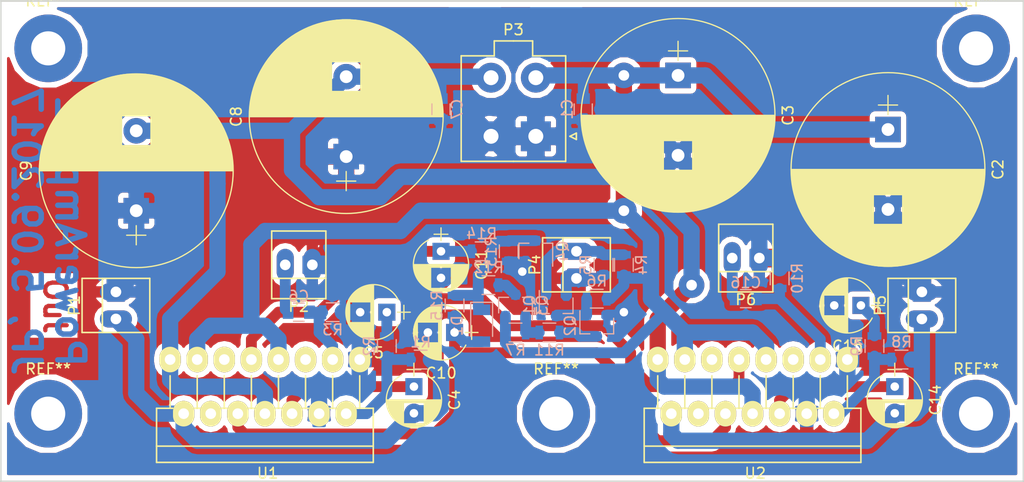
<source format=kicad_pcb>
(kicad_pcb (version 4) (host pcbnew 4.0.6)
  (title_block (title "Power Amp") (rev 1))
  (layers (0 F.Cu signal) (31 B.Cu signal) (34 B.Paste user) (35 F.Paste user) (36 B.SilkS user) (37 F.SilkS user) (38 B.Mask user) (39 F.Mask user) (44 Edge.Cuts user))
  (net 0 "")
  (net 1 VDD)
  (net 2 GND)
  (net 3 "Net-(C4-Pad1)")
  (net 4 "Net-(C6-Pad1)")
  (net 5 VSS)
  (net 6 "Net-(R1-Pad2)")
  (net 7 /OutL)
  (net 8 /InL)
  (net 9 "Net-(C14-Pad1)")
  (net 10 "Net-(C16-Pad1)")
  (net 11 "Net-(R8-Pad2)")
  (net 12 xMute)
  (net 13 xStby)
  (net 14 /OutR)
  (net 15 /InR)
  (net 16 "Net-(D1-Pad1)")
  (net 17 "Net-(P4-Pad2)")
  (net 18 "Net-(C5-Pad1)")
  (net 19 "Net-(C15-Pad1)")
  (net 20 "Net-(Q1-Pad3)")
  (net 21 "Net-(Q2-Pad3)")
  (net 22 "Net-(Q3-Pad1)")
  (net 23 "Net-(Q3-Pad3)")
  (module Capacitors_THT:CP_Radial_D18.0mm_P7.50mm (layer F.Cu) (at 71.12 53.34 90)
    (fp_text reference C8 (at 3.75 -10.31 90) (layer F.SilkS))
    (fp_text value 2200u)
    (pad 1 thru_hole rect (at 0 0 90) (size 2.4 2.4) (drill 1.2) (layers *.Cu *.Mask) (net 2 GND))
    (pad 2 thru_hole circle (at 7.5 0 90) (size 2.4 2.4) (drill 1.2) (layers *.Cu *.Mask) (net 5 VSS))
  )
  (module Connect:PINHEAD1-2 (layer F.Cu) (at 49.53 67.31 90)
    (fp_text reference P1 (at 0 -3.9 90) (layer F.SilkS))
    (fp_text value OUT-L)
    (pad 1 thru_hole oval (at -1.27 0 90) (size 1.6 3) (drill 1) (layers *.Cu *.Mask) (net 7 /OutL))
    (pad 2 thru_hole oval (at 1.27 0 90) (size 1.6 3) (drill 1) (layers *.Cu *.Mask) (net 2 GND))
  )
  (module Connect:PINHEAD1-2 (layer F.Cu) (at 66.675 63.5 180)
    (fp_text reference P2 (at 0 -3.9 180) (layer F.SilkS))
    (fp_text value IN-L)
    (pad 1 thru_hole oval (at -1.27 0 180) (size 1.6 3) (drill 1) (layers *.Cu *.Mask) (net 2 GND))
    (pad 2 thru_hole oval (at 1.27 0 180) (size 1.6 3) (drill 1) (layers *.Cu *.Mask) (net 8 /InL))
  )
  (module TO_SOT_Packages_THT:Multiwatt_15_Vertical (layer F.Cu) (at 72.39 72.39 180)
    (fp_text reference U1 (at 8.636 -10.668 180) (layer F.SilkS))
    (fp_text value TDA7294V)
    (pad 1 thru_hole oval (at 0 0 180) (size 2 2.4) (drill 1) (layers *.Cu *.Mask F.SilkS) (net 2 GND))
    (pad 2 thru_hole oval (at 1.27 -5.08 180) (size 2 2.4) (drill 1) (layers *.Cu *.Mask F.SilkS) (net 6 "Net-(R1-Pad2)"))
    (pad 3 thru_hole oval (at 2.54 0 180) (size 2 2.4) (drill 1) (layers *.Cu *.Mask F.SilkS) (net 4 "Net-(C6-Pad1)"))
    (pad 4 thru_hole oval (at 3.81 -5.08 180) (size 2 2.4) (drill 1) (layers *.Cu *.Mask F.SilkS) (net 2 GND))
    (pad 5 thru_hole oval (at 5.08 0 180) (size 2 2.4) (drill 1) (layers *.Cu *.Mask F.SilkS))
    (pad 6 thru_hole oval (at 6.35 -5.08 180) (size 2 2.4) (drill 1) (layers *.Cu *.Mask F.SilkS) (net 3 "Net-(C4-Pad1)"))
    (pad 7 thru_hole oval (at 7.62 0 180) (size 2 2.4) (drill 1) (layers *.Cu *.Mask F.SilkS) (net 1 VDD))
    (pad 8 thru_hole oval (at 8.89 -5.08 180) (size 2 2.4) (drill 1) (layers *.Cu *.Mask F.SilkS) (net 5 VSS))
    (pad 9 thru_hole oval (at 10.16 0 180) (size 2 2.4) (drill 1) (layers *.Cu *.Mask F.SilkS) (net 13 xStby))
    (pad 10 thru_hole oval (at 11.43 -5.08 180) (size 2 2.4) (drill 1) (layers *.Cu *.Mask F.SilkS) (net 12 xMute))
    (pad 11 thru_hole oval (at 12.7 0 180) (size 2 2.4) (drill 1) (layers *.Cu *.Mask F.SilkS))
    (pad 12 thru_hole oval (at 13.97 -5.08 180) (size 2 2.4) (drill 1) (layers *.Cu *.Mask F.SilkS))
    (pad 13 thru_hole oval (at 15.24 0 180) (size 2 2.4) (drill 1) (layers *.Cu *.Mask F.SilkS) (net 1 VDD))
    (pad 14 thru_hole oval (at 16.51 -5.08 180) (size 2 2.4) (drill 1) (layers *.Cu *.Mask F.SilkS) (net 7 /OutL))
    (pad 15 thru_hole oval (at 17.78 0 180) (size 2 2.4) (drill 1) (layers *.Cu *.Mask F.SilkS) (net 5 VSS))
  )
  (module Connectors_Molex:Molex_MiniFit-JR-5556-04A_2x02x4.20mm_Straight (layer F.Cu) (at 88.9 51.435 180)
    (fp_text reference P3 (at 2.1 10 180) (layer F.SilkS))
    (fp_text value POWER)
    (pad 1 thru_hole rect (at 0 0 180) (size 2.8 2.8) (drill 1.4) (layers *.Cu *.Mask) (net 2 GND))
    (pad 2 thru_hole circle (at 4.2 0 180) (size 2.8 2.8) (drill 1.4) (layers *.Cu *.Mask) (net 2 GND))
    (pad 3 thru_hole circle (at 0 5.5 180) (size 2.8 2.8) (drill 1.4) (layers *.Cu *.Mask) (net 1 VDD))
    (pad 4 thru_hole circle (at 4.2 5.5 180) (size 2.8 2.8) (drill 1.4) (layers *.Cu *.Mask) (net 5 VSS))
  )
  (module Connect:PINHEAD1-2 (layer F.Cu) (at 92.71 63.5 90)
    (fp_text reference P4 (at 0 -3.9 90) (layer F.SilkS))
    (fp_text value MUTE)
    (pad 1 thru_hole oval (at -1.27 0 90) (size 1.6 3) (drill 1) (layers *.Cu *.Mask) (net 2 GND))
    (pad 2 thru_hole oval (at 1.27 0 90) (size 1.6 3) (drill 1) (layers *.Cu *.Mask) (net 17 "Net-(P4-Pad2)"))
  )
  (module Connect:PINHEAD1-2 (layer F.Cu) (at 125.095 67.31 90)
    (fp_text reference P5 (at 0 -3.9 90) (layer F.SilkS))
    (fp_text value OUT-R)
    (pad 1 thru_hole oval (at -1.27 0 90) (size 1.6 3) (drill 1) (layers *.Cu *.Mask) (net 14 /OutR))
    (pad 2 thru_hole oval (at 1.27 0 90) (size 1.6 3) (drill 1) (layers *.Cu *.Mask) (net 2 GND))
  )
  (module Connect:PINHEAD1-2 (layer F.Cu) (at 108.585 62.865 180)
    (fp_text reference P6 (at 0 -3.9 180) (layer F.SilkS))
    (fp_text value IN-R)
    (pad 1 thru_hole oval (at -1.27 0 180) (size 1.6 3) (drill 1) (layers *.Cu *.Mask) (net 2 GND))
    (pad 2 thru_hole oval (at 1.27 0 180) (size 1.6 3) (drill 1) (layers *.Cu *.Mask) (net 15 /InR))
  )
  (module TO_SOT_Packages_THT:Multiwatt_15_Vertical (layer F.Cu) (at 118.11 72.39 180)
    (fp_text reference U2 (at 8.636 -10.668 180) (layer F.SilkS))
    (fp_text value TDA7294V)
    (pad 1 thru_hole oval (at 0 0 180) (size 2 2.4) (drill 1) (layers *.Cu *.Mask F.SilkS) (net 2 GND))
    (pad 2 thru_hole oval (at 1.27 -5.08 180) (size 2 2.4) (drill 1) (layers *.Cu *.Mask F.SilkS) (net 11 "Net-(R8-Pad2)"))
    (pad 3 thru_hole oval (at 2.54 0 180) (size 2 2.4) (drill 1) (layers *.Cu *.Mask F.SilkS) (net 10 "Net-(C16-Pad1)"))
    (pad 4 thru_hole oval (at 3.81 -5.08 180) (size 2 2.4) (drill 1) (layers *.Cu *.Mask F.SilkS) (net 2 GND))
    (pad 5 thru_hole oval (at 5.08 0 180) (size 2 2.4) (drill 1) (layers *.Cu *.Mask F.SilkS))
    (pad 6 thru_hole oval (at 6.35 -5.08 180) (size 2 2.4) (drill 1) (layers *.Cu *.Mask F.SilkS) (net 9 "Net-(C14-Pad1)"))
    (pad 7 thru_hole oval (at 7.62 0 180) (size 2 2.4) (drill 1) (layers *.Cu *.Mask F.SilkS) (net 1 VDD))
    (pad 8 thru_hole oval (at 8.89 -5.08 180) (size 2 2.4) (drill 1) (layers *.Cu *.Mask F.SilkS) (net 5 VSS))
    (pad 9 thru_hole oval (at 10.16 0 180) (size 2 2.4) (drill 1) (layers *.Cu *.Mask F.SilkS) (net 13 xStby))
    (pad 10 thru_hole oval (at 11.43 -5.08 180) (size 2 2.4) (drill 1) (layers *.Cu *.Mask F.SilkS) (net 12 xMute))
    (pad 11 thru_hole oval (at 12.7 0 180) (size 2 2.4) (drill 1) (layers *.Cu *.Mask F.SilkS))
    (pad 12 thru_hole oval (at 13.97 -5.08 180) (size 2 2.4) (drill 1) (layers *.Cu *.Mask F.SilkS))
    (pad 13 thru_hole oval (at 15.24 0 180) (size 2 2.4) (drill 1) (layers *.Cu *.Mask F.SilkS) (net 1 VDD))
    (pad 14 thru_hole oval (at 16.51 -5.08 180) (size 2 2.4) (drill 1) (layers *.Cu *.Mask F.SilkS) (net 14 /OutR))
    (pad 15 thru_hole oval (at 17.78 0 180) (size 2 2.4) (drill 1) (layers *.Cu *.Mask F.SilkS) (net 5 VSS))
  )
  (module Diodes_SMD:D_1206 (layer B.Cu) (at 83.82 69.215 270)
    (fp_text reference D1 (at 0 2.3 270) (layer B.SilkS) (effects (justify mirror)))
    (fp_text value 1N4148)
    (pad 1 smd rect (at -1.5 0 270) (size 1 1.6) (layers B.Cu B.Paste B.Mask) (net 16 "Net-(D1-Pad1)"))
    (pad 2 smd rect (at 1.5 0 270) (size 1 1.6) (layers B.Cu B.Paste B.Mask) (net 12 xMute))
  )
  (module Capacitors_SMD:C_0805 (layer B.Cu) (at 93.345 48.895 270)
    (fp_text reference C1 (at 0 1.5 270) (layer B.SilkS) (effects (justify mirror)))
    (fp_text value 220n)
    (pad 1 smd rect (at -1 0 270) (size 1 1.25) (layers B.Cu B.Paste B.Mask) (net 1 VDD))
    (pad 2 smd rect (at 1 0 270) (size 1 1.25) (layers B.Cu B.Paste B.Mask) (net 2 GND))
  )
  (module Capacitors_THT:CP_Radial_D5.0mm_P2.50mm (layer F.Cu) (at 77.47 74.93 270)
    (fp_text reference C4 (at 1.25 -3.81 270) (layer F.SilkS))
    (fp_text value 22u)
    (pad 1 thru_hole rect (at 0 0 270) (size 1.6 1.6) (drill 0.8) (layers *.Cu *.Mask) (net 3 "Net-(C4-Pad1)"))
    (pad 2 thru_hole circle (at 2.5 0 270) (size 1.8 1.8) (drill 0.8) (layers *.Cu *.Mask) (net 7 /OutL))
  )
  (module Capacitors_THT:CP_Radial_D5.0mm_P2.50mm (layer F.Cu) (at 74.93 67.945 180)
    (fp_text reference C5 (at 1.25 -3.81 180) (layer F.SilkS))
    (fp_text value 22u)
    (pad 1 thru_hole rect (at 0 0 180) (size 1.6 1.6) (drill 0.8) (layers *.Cu *.Mask) (net 18 "Net-(C5-Pad1)"))
    (pad 2 thru_hole circle (at 2.5 0 180) (size 1.8 1.8) (drill 0.8) (layers *.Cu *.Mask) (net 2 GND))
  )
  (module Capacitors_SMD:C_0805 (layer B.Cu) (at 66.675 67.945 180)
    (fp_text reference C6 (at 0 1.5 180) (layer B.SilkS) (effects (justify mirror)))
    (fp_text value 470n)
    (pad 1 smd rect (at -1 0 180) (size 1 1.25) (layers B.Cu B.Paste B.Mask) (net 4 "Net-(C6-Pad1)"))
    (pad 2 smd rect (at 1 0 180) (size 1 1.25) (layers B.Cu B.Paste B.Mask) (net 8 /InL))
  )
  (module Capacitors_SMD:C_0805 (layer B.Cu) (at 80.01 48.895 90)
    (fp_text reference C7 (at 0 1.5 90) (layer B.SilkS) (effects (justify mirror)))
    (fp_text value 220n)
    (pad 1 smd rect (at -1 0 90) (size 1 1.25) (layers B.Cu B.Paste B.Mask) (net 2 GND))
    (pad 2 smd rect (at 1 0 90) (size 1 1.25) (layers B.Cu B.Paste B.Mask) (net 5 VSS))
  )
  (module Capacitors_THT:CP_Radial_D5.0mm_P2.50mm (layer F.Cu) (at 81.28 69.85 180)
    (fp_text reference C10 (at 1.25 -3.81 180) (layer F.SilkS))
    (fp_text value 10u)
    (pad 1 thru_hole rect (at 0 0 180) (size 1.6 1.6) (drill 0.8) (layers *.Cu *.Mask) (net 12 xMute))
    (pad 2 thru_hole circle (at 2.5 0 180) (size 1.8 1.8) (drill 0.8) (layers *.Cu *.Mask) (net 2 GND))
  )
  (module Capacitors_THT:CP_Radial_D5.0mm_P2.50mm (layer F.Cu) (at 80.01 62.23 270)
    (fp_text reference C11 (at 1.25 -3.81 270) (layer F.SilkS))
    (fp_text value 10u)
    (pad 1 thru_hole rect (at 0 0 270) (size 1.6 1.6) (drill 0.8) (layers *.Cu *.Mask) (net 13 xStby))
    (pad 2 thru_hole circle (at 2.5 0 270) (size 1.8 1.8) (drill 0.8) (layers *.Cu *.Mask) (net 2 GND))
  )
  (module Capacitors_THT:CP_Radial_D5.0mm_P2.50mm (layer F.Cu) (at 122.555 74.93 270)
    (fp_text reference C14 (at 1.25 -3.81 270) (layer F.SilkS))
    (fp_text value 22u)
    (pad 1 thru_hole rect (at 0 0 270) (size 1.6 1.6) (drill 0.8) (layers *.Cu *.Mask) (net 9 "Net-(C14-Pad1)"))
    (pad 2 thru_hole circle (at 2.5 0 270) (size 1.8 1.8) (drill 0.8) (layers *.Cu *.Mask) (net 14 /OutR))
  )
  (module Capacitors_THT:CP_Radial_D5.0mm_P2.50mm (layer F.Cu) (at 119.38 67.31 180)
    (fp_text reference C15 (at 1.25 -3.81 180) (layer F.SilkS))
    (fp_text value 22u)
    (pad 1 thru_hole rect (at 0 0 180) (size 1.6 1.6) (drill 0.8) (layers *.Cu *.Mask) (net 19 "Net-(C15-Pad1)"))
    (pad 2 thru_hole circle (at 2.5 0 180) (size 1.8 1.8) (drill 0.8) (layers *.Cu *.Mask) (net 2 GND))
  )
  (module Capacitors_SMD:C_0805 (layer B.Cu) (at 108.585 66.675 180)
    (fp_text reference C16 (at 0 1.5 180) (layer B.SilkS) (effects (justify mirror)))
    (fp_text value 470n)
    (pad 1 smd rect (at -1 0 180) (size 1 1.25) (layers B.Cu B.Paste B.Mask) (net 10 "Net-(C16-Pad1)"))
    (pad 2 smd rect (at 1 0 180) (size 1 1.25) (layers B.Cu B.Paste B.Mask) (net 15 /InR))
  )
  (module TO_SOT_Packages_SMD:SOT-23 (layer B.Cu) (at 90.805 67.31 270)
    (fp_text reference Q1 (at 0 2.5 270) (layer B.SilkS) (effects (justify mirror)))
    (fp_text value BC846)
    (pad 1 smd rect (at -1 0.95 270) (size 0.9 0.8) (layers B.Cu B.Paste B.Mask) (net 17 "Net-(P4-Pad2)"))
    (pad 2 smd rect (at -1 -0.95 270) (size 0.9 0.8) (layers B.Cu B.Paste B.Mask) (net 2 GND))
    (pad 3 smd rect (at 1 0 270) (size 0.9 0.8) (layers B.Cu B.Paste B.Mask) (net 20 "Net-(Q1-Pad3)"))
  )
  (module TO_SOT_Packages_SMD:SOT-23 (layer B.Cu) (at 94.615 69.215 270)
    (fp_text reference Q2 (at 0 2.5 270) (layer B.SilkS) (effects (justify mirror)))
    (fp_text value BC846)
    (pad 1 smd rect (at -1 0.95 270) (size 0.9 0.8) (layers B.Cu B.Paste B.Mask) (net 20 "Net-(Q1-Pad3)"))
    (pad 2 smd rect (at -1 -0.95 270) (size 0.9 0.8) (layers B.Cu B.Paste B.Mask) (net 2 GND))
    (pad 3 smd rect (at 1 0 270) (size 0.9 0.8) (layers B.Cu B.Paste B.Mask) (net 21 "Net-(Q2-Pad3)"))
  )
  (module TO_SOT_Packages_SMD:SOT-23 (layer B.Cu) (at 86.995 67.31 90)
    (fp_text reference Q3 (at 0 2.5 90) (layer B.SilkS) (effects (justify mirror)))
    (fp_text value BC856)
    (pad 1 smd rect (at -1 0.95 90) (size 0.9 0.8) (layers B.Cu B.Paste B.Mask) (net 22 "Net-(Q3-Pad1)"))
    (pad 2 smd rect (at -1 -0.95 90) (size 0.9 0.8) (layers B.Cu B.Paste B.Mask) (net 1 VDD))
    (pad 3 smd rect (at 1 0 90) (size 0.9 0.8) (layers B.Cu B.Paste B.Mask) (net 23 "Net-(Q3-Pad3)"))
  )
  (module TO_SOT_Packages_SMD:SOT-23 (layer B.Cu) (at 88.9 62.23 90)
    (fp_text reference Q4 (at 0 2.5 90) (layer B.SilkS) (effects (justify mirror)))
    (fp_text value BC846)
    (pad 1 smd rect (at -1 0.95 90) (size 0.9 0.8) (layers B.Cu B.Paste B.Mask) (net 17 "Net-(P4-Pad2)"))
    (pad 2 smd rect (at -1 -0.95 90) (size 0.9 0.8) (layers B.Cu B.Paste B.Mask) (net 2 GND))
    (pad 3 smd rect (at 1 0 90) (size 0.9 0.8) (layers B.Cu B.Paste B.Mask) (net 16 "Net-(D1-Pad1)"))
  )
  (module Resistors_SMD:R_0805 (layer B.Cu) (at 78.105 72.39 180)
    (fp_text reference R1 (at 0 1.65 180) (layer B.SilkS) (effects (justify mirror)))
    (fp_text value 22k)
    (pad 1 smd rect (at -0.95 0 180) (size 0.7 1.3) (layers B.Cu B.Paste B.Mask) (net 7 /OutL))
    (pad 2 smd rect (at 0.95 0 180) (size 0.7 1.3) (layers B.Cu B.Paste B.Mask) (net 6 "Net-(R1-Pad2)"))
  )
  (module Resistors_SMD:R_0805 (layer B.Cu) (at 74.93 71.12 270)
    (fp_text reference R2 (at 0 1.65 270) (layer B.SilkS) (effects (justify mirror)))
    (fp_text value 680)
    (pad 1 smd rect (at -0.95 0 270) (size 0.7 1.3) (layers B.Cu B.Paste B.Mask) (net 18 "Net-(C5-Pad1)"))
    (pad 2 smd rect (at 0.95 0 270) (size 0.7 1.3) (layers B.Cu B.Paste B.Mask) (net 6 "Net-(R1-Pad2)"))
  )
  (module Resistors_SMD:R_0805 (layer B.Cu) (at 69.85 67.945)
    (fp_text reference R3 (at 0 1.65) (layer B.SilkS) (effects (justify mirror)))
    (fp_text value 22k)
    (pad 1 smd rect (at -0.95 0) (size 0.7 1.3) (layers B.Cu B.Paste B.Mask) (net 4 "Net-(C6-Pad1)"))
    (pad 2 smd rect (at 0.95 0) (size 0.7 1.3) (layers B.Cu B.Paste B.Mask) (net 2 GND))
  )
  (module Resistors_SMD:R_0805 (layer B.Cu) (at 97.155 63.5 90)
    (fp_text reference R4 (at 0 1.65 90) (layer B.SilkS) (effects (justify mirror)))
    (fp_text value 47k)
    (pad 1 smd rect (at -0.95 0 90) (size 0.7 1.3) (layers B.Cu B.Paste B.Mask) (net 1 VDD))
    (pad 2 smd rect (at 0.95 0 90) (size 0.7 1.3) (layers B.Cu B.Paste B.Mask) (net 17 "Net-(P4-Pad2)"))
  )
  (module Resistors_SMD:R_0805 (layer B.Cu) (at 95.25 63.5 270)
    (fp_text reference R5 (at 0 1.65 270) (layer B.SilkS) (effects (justify mirror)))
    (fp_text value 47k)
    (pad 1 smd rect (at -0.95 0 270) (size 0.7 1.3) (layers B.Cu B.Paste B.Mask) (net 17 "Net-(P4-Pad2)"))
    (pad 2 smd rect (at 0.95 0 270) (size 0.7 1.3) (layers B.Cu B.Paste B.Mask) (net 2 GND))
  )
  (module Resistors_SMD:R_0805 (layer B.Cu) (at 94.615 66.675 180)
    (fp_text reference R6 (at 0 1.65 180) (layer B.SilkS) (effects (justify mirror)))
    (fp_text value 100k)
    (pad 1 smd rect (at -0.95 0 180) (size 0.7 1.3) (layers B.Cu B.Paste B.Mask) (net 1 VDD))
    (pad 2 smd rect (at 0.95 0 180) (size 0.7 1.3) (layers B.Cu B.Paste B.Mask) (net 20 "Net-(Q1-Pad3)"))
  )
  (module Resistors_SMD:R_0805 (layer B.Cu) (at 86.995 69.85)
    (fp_text reference R7 (at 0 1.65) (layer B.SilkS) (effects (justify mirror)))
    (fp_text value 30k)
    (pad 1 smd rect (at -0.95 0) (size 0.7 1.3) (layers B.Cu B.Paste B.Mask) (net 1 VDD))
    (pad 2 smd rect (at 0.95 0) (size 0.7 1.3) (layers B.Cu B.Paste B.Mask) (net 22 "Net-(Q3-Pad1)"))
  )
  (module Resistors_SMD:R_0805 (layer B.Cu) (at 123.19 72.39 180)
    (fp_text reference R8 (at 0 1.65 180) (layer B.SilkS) (effects (justify mirror)))
    (fp_text value 22k)
    (pad 1 smd rect (at -0.95 0 180) (size 0.7 1.3) (layers B.Cu B.Paste B.Mask) (net 14 /OutR))
    (pad 2 smd rect (at 0.95 0 180) (size 0.7 1.3) (layers B.Cu B.Paste B.Mask) (net 11 "Net-(R8-Pad2)"))
  )
  (module Resistors_SMD:R_0805 (layer B.Cu) (at 120.65 71.12 270)
    (fp_text reference R9 (at 0 1.65 270) (layer B.SilkS) (effects (justify mirror)))
    (fp_text value 680)
    (pad 1 smd rect (at -0.95 0 270) (size 0.7 1.3) (layers B.Cu B.Paste B.Mask) (net 19 "Net-(C15-Pad1)"))
    (pad 2 smd rect (at 0.95 0 270) (size 0.7 1.3) (layers B.Cu B.Paste B.Mask) (net 11 "Net-(R8-Pad2)"))
  )
  (module Resistors_SMD:R_0805 (layer B.Cu) (at 111.76 64.77 90)
    (fp_text reference R10 (at 0 1.65 90) (layer B.SilkS) (effects (justify mirror)))
    (fp_text value 22k)
    (pad 1 smd rect (at -0.95 0 90) (size 0.7 1.3) (layers B.Cu B.Paste B.Mask) (net 10 "Net-(C16-Pad1)"))
    (pad 2 smd rect (at 0.95 0 90) (size 0.7 1.3) (layers B.Cu B.Paste B.Mask) (net 2 GND))
  )
  (module Resistors_SMD:R_0805 (layer B.Cu) (at 90.17 69.85)
    (fp_text reference R11 (at 0 1.65) (layer B.SilkS) (effects (justify mirror)))
    (fp_text value 68k)
    (pad 1 smd rect (at -0.95 0) (size 0.7 1.3) (layers B.Cu B.Paste B.Mask) (net 22 "Net-(Q3-Pad1)"))
    (pad 2 smd rect (at 0.95 0) (size 0.7 1.3) (layers B.Cu B.Paste B.Mask) (net 21 "Net-(Q2-Pad3)"))
  )
  (module Resistors_SMD:R_0805 (layer B.Cu) (at 84.455 65.405 180)
    (fp_text reference R12 (at 0 1.65 180) (layer B.SilkS) (effects (justify mirror)))
    (fp_text value 20k)
    (pad 1 smd rect (at -0.95 0 180) (size 0.7 1.3) (layers B.Cu B.Paste B.Mask) (net 23 "Net-(Q3-Pad3)"))
    (pad 2 smd rect (at 0.95 0 180) (size 0.7 1.3) (layers B.Cu B.Paste B.Mask) (net 16 "Net-(D1-Pad1)"))
  )
  (module Resistors_SMD:R_0805 (layer B.Cu) (at 86.36 62.23 270)
    (fp_text reference R13 (at 0 1.65 270) (layer B.SilkS) (effects (justify mirror)))
    (fp_text value *)
    (pad 1 smd rect (at -0.95 0 270) (size 0.7 1.3) (layers B.Cu B.Paste B.Mask) (net 16 "Net-(D1-Pad1)"))
    (pad 2 smd rect (at 0.95 0 270) (size 0.7 1.3) (layers B.Cu B.Paste B.Mask) (net 2 GND))
  )
  (module Resistors_SMD:R_0805 (layer B.Cu) (at 83.82 62.23 180)
    (fp_text reference R14 (at 0 1.65 180) (layer B.SilkS) (effects (justify mirror)))
    (fp_text value 10k)
    (pad 1 smd rect (at -0.95 0 180) (size 0.7 1.3) (layers B.Cu B.Paste B.Mask) (net 16 "Net-(D1-Pad1)"))
    (pad 2 smd rect (at 0.95 0 180) (size 0.7 1.3) (layers B.Cu B.Paste B.Mask) (net 13 xStby))
  )
  (module Resistors_SMD:R_0805 (layer B.Cu) (at 81.28 67.31 270)
    (fp_text reference R15 (at 0 1.65 270) (layer B.SilkS) (effects (justify mirror)))
    (fp_text value 22k)
    (pad 1 smd rect (at -0.95 0 270) (size 0.7 1.3) (layers B.Cu B.Paste B.Mask) (net 16 "Net-(D1-Pad1)"))
    (pad 2 smd rect (at 0.95 0 270) (size 0.7 1.3) (layers B.Cu B.Paste B.Mask) (net 12 xMute))
  )
  (module Capacitors_THT:CP_Radial_D18.0mm_P7.50mm (layer F.Cu) (at 51.435 58.42 90)
    (fp_text reference C9 (at 3.75 -10.31 90) (layer F.SilkS))
    (fp_text value 2200u)
    (pad 1 thru_hole rect (at 0 0 90) (size 2.4 2.4) (drill 1.2) (layers *.Cu *.Mask) (net 2 GND))
    (pad 2 thru_hole circle (at 7.5 0 90) (size 2.4 2.4) (drill 1.2) (layers *.Cu *.Mask) (net 5 VSS))
  )
  (module Capacitors_THT:CP_Radial_D18.0mm_P7.50mm (layer F.Cu) (at 121.92 50.8 270)
    (fp_text reference C2 (at 3.75 -10.31 270) (layer F.SilkS))
    (fp_text value 2200u)
    (pad 1 thru_hole rect (at 0 0 270) (size 2.4 2.4) (drill 1.2) (layers *.Cu *.Mask) (net 1 VDD))
    (pad 2 thru_hole circle (at 7.5 0 270) (size 2.4 2.4) (drill 1.2) (layers *.Cu *.Mask) (net 2 GND))
  )
  (module Capacitors_THT:CP_Radial_D18.0mm_P7.50mm (layer F.Cu) (at 102.235 45.72 270)
    (fp_text reference C3 (at 3.75 -10.31 270) (layer F.SilkS))
    (fp_text value 2200u)
    (pad 1 thru_hole rect (at 0 0 270) (size 2.4 2.4) (drill 1.2) (layers *.Cu *.Mask) (net 1 VDD))
    (pad 2 thru_hole circle (at 7.5 0 270) (size 2.4 2.4) (drill 1.2) (layers *.Cu *.Mask) (net 2 GND))
  )
  (module Mounting_Holes:MountingHole_3.2mm_M3 (layer F.Cu) (at 130.175 43.18)
    (fp_text reference REF** (at 0 -4.445) (layer F.SilkS))
    (fp_text value MountingHole_3.2mm_M3)
    (pad "" thru_hole circle (at 0 0) (size 6.35 6.35) (drill 3.2) (layers *.Cu *.Mask))
  )
  (module Mounting_Holes:MountingHole_3.2mm_M3 (layer F.Cu) (at 43.18 43.18)
    (fp_text reference REF** (at 0 -4.445) (layer F.SilkS))
    (fp_text value MountingHole_3.2mm_M3)
    (pad "" thru_hole circle (at 0 0) (size 6.35 6.35) (drill 3.2) (layers *.Cu *.Mask))
  )
  (module Mounting_Holes:MountingHole_3.2mm_M3 (layer F.Cu) (at 43.18 77.47)
    (fp_text reference REF** (at 0 -4.2) (layer F.SilkS))
    (fp_text value MountingHole_3.2mm_M3)
    (pad "" thru_hole circle (at 0 0) (size 6.35 6.35) (drill 3.2) (layers *.Cu *.Mask))
  )
  (module Mounting_Holes:MountingHole_3.2mm_M3 (layer F.Cu) (at 130.175 77.47)
    (fp_text reference REF** (at 0 -4.2) (layer F.SilkS))
    (fp_text value MountingHole_3.2mm_M3)
    (pad "" thru_hole circle (at 0 0) (size 6.35 6.35) (drill 3.2) (layers *.Cu *.Mask))
  )
  (module Mounting_Holes:MountingHole_3.2mm_M3 (layer F.Cu) (at 90.805 77.47)
    (fp_text reference REF** (at 0 -4.2) (layer F.SilkS))
    (fp_text value MountingHole_3.2mm_M3)
    (pad "" thru_hole circle (at 0 0) (size 6.35 6.35) (drill 3.2) (layers *.Cu *.Mask))
  )
  (gr_text - (at 83.185 41.275) (layer F.Cu) (effects (font (size 3 3) (thickness 0.5))))
  (gr_text + (at 90.805 41.275) (layer F.Cu) (effects (font (size 3 3) (thickness 0.5))))
  (gr_text Out (at 43.815 67.31 270) (layer F.Cu) (effects (font (size 2 2) (thickness 0.4))))
  (gr_text Out (at 130.175 67.31 90) (layer F.Cu) (effects (font (size 2 2) (thickness 0.4))))
  (gr_text "PowerAmp v2\nJP, 5.09.2017" (at 43.18 60.325 270) (layer B.Cu) (effects (font (size 2.54 2.54) (thickness 0.508)) (justify mirror)))
  (gr_line (start 38.735 83.82) (end 38.735 38.735) (angle 90) (layer Edge.Cuts) (width 0.15))
  (gr_line (start 134.62 83.82) (end 38.735 83.82) (angle 90) (layer Edge.Cuts) (width 0.15))
  (gr_line (start 134.62 38.735) (end 134.62 83.82) (angle 90) (layer Edge.Cuts) (width 0.15))
  (gr_line (start 38.735 38.735) (end 134.62 38.735) (angle 90) (layer Edge.Cuts) (width 0.15))
  (segment (start 62.23 61.595) (end 63.5 60.325) (width 1.524) (layer B.Cu) (net 1))
  (segment (start 76.2 60.325) (end 78.105 58.42) (width 1.524) (layer B.Cu) (net 1))
  (segment (start 63.5 60.325) (end 76.2 60.325) (width 1.524) (layer B.Cu) (net 1))
  (segment (start 78.105 58.42) (end 97.155 58.42) (width 1.524) (layer B.Cu) (net 1))
  (segment (start 86.045 69.85) (end 86.045 70.805) (width 1.016) (layer B.Cu) (net 1))
  (segment (start 97.155 71.755) (end 100.965 67.945) (width 1.016) (layer B.Cu) (net 1))
  (segment (start 86.995 71.755) (end 97.155 71.755) (width 1.016) (layer B.Cu) (net 1))
  (segment (start 86.045 70.805) (end 86.995 71.755) (width 1.016) (layer B.Cu) (net 1))
  (segment (start 99.695 66.675) (end 100.965 67.945) (width 1.524) (layer B.Cu) (net 1))
  (segment (start 99.695 65.405) (end 99.695 66.675) (width 1.524) (layer B.Cu) (net 1))
  (segment (start 99.695 60.96) (end 99.695 65.405) (width 1.524) (layer B.Cu) (net 1))
  (segment (start 97.155 58.42) (end 99.695 60.96) (width 1.524) (layer B.Cu) (net 1))
  (segment (start 100.965 67.945) (end 102.87 69.85) (width 1.524) (layer B.Cu) (net 1))
  (segment (start 62.23 69.215) (end 62.23 61.595) (width 1.524) (layer B.Cu) (net 1))
  (segment (start 64.77 70.485) (end 63.5 69.215) (width 1.524) (layer B.Cu) (net 1))
  (segment (start 57.15 70.485) (end 58.42 69.215) (width 1.524) (layer B.Cu) (net 1))
  (segment (start 58.42 69.215) (end 62.23 69.215) (width 1.524) (layer B.Cu) (net 1))
  (segment (start 62.23 69.215) (end 63.5 69.215) (width 1.524) (layer B.Cu) (net 1))
  (via (at 97.155 58.42) (size 2.4) (drill 1) (layers F.Cu B.Cu) (net 1))
  (segment (start 97.155 58.42) (end 97.155 45.72) (width 1.524) (layer F.Cu) (net 1))
  (via (at 97.155 45.72) (size 2.4) (drill 1) (layers F.Cu B.Cu) (net 1))
  (segment (start 99.695 64.77) (end 97.155 64.77) (width 1.016) (layer B.Cu) (net 1))
  (segment (start 97.155 64.77) (end 97.155 64.45) (width 1.016) (layer B.Cu) (net 1))
  (segment (start 110.49 72.39) (end 110.49 71.12) (width 1.524) (layer B.Cu) (net 1))
  (segment (start 110.49 71.12) (end 109.22 69.85) (width 1.524) (layer B.Cu) (net 1))
  (segment (start 102.87 69.85) (end 109.22 69.85) (width 1.524) (layer B.Cu) (net 1))
  (segment (start 110.49 71.755) (end 110.49 72.39) (width 1.524) (layer B.Cu) (net 1))
  (segment (start 102.87 70.485) (end 102.87 69.85) (width 1.524) (layer B.Cu) (net 1))
  (segment (start 102.87 72.39) (end 102.87 70.485) (width 1.524) (layer B.Cu) (net 1))
  (segment (start 95.565 66.675) (end 95.885 66.675) (width 1.016) (layer B.Cu) (net 1))
  (segment (start 95.885 66.675) (end 97.155 65.405) (width 1.016) (layer B.Cu) (net 1))
  (segment (start 97.155 65.405) (end 97.155 64.45) (width 1.016) (layer B.Cu) (net 1))
  (segment (start 86.045 69.85) (end 86.045 68.31) (width 1.016) (layer B.Cu) (net 1))
  (segment (start 57.15 72.39) (end 57.15 70.485) (width 1.524) (layer B.Cu) (net 1))
  (segment (start 64.77 70.485) (end 64.77 72.39) (width 1.524) (layer B.Cu) (net 1))
  (segment (start 121.92 50.8) (end 109.855 50.8) (width 1.524) (layer B.Cu) (net 1))
  (segment (start 109.855 50.8) (end 104.775 45.72) (width 1.524) (layer B.Cu) (net 1))
  (segment (start 104.775 45.72) (end 102.235 45.72) (width 1.524) (layer B.Cu) (net 1))
  (segment (start 93.345 47.895) (end 93.345 45.72) (width 1.016) (layer B.Cu) (net 1))
  (segment (start 102.235 45.72) (end 97.155 45.72) (width 1.524) (layer B.Cu) (net 1))
  (segment (start 97.155 45.72) (end 96.52 45.72) (width 1.524) (layer B.Cu) (net 1))
  (segment (start 96.52 45.72) (end 93.345 45.72) (width 1.524) (layer B.Cu) (net 1))
  (segment (start 93.345 45.72) (end 89.115 45.72) (width 1.524) (layer B.Cu) (net 1))
  (segment (start 89.115 45.72) (end 88.9 45.935) (width 1.524) (layer B.Cu) (net 1))
  (segment (start 87.95 63.23) (end 87.95 63.815) (width 1.016) (layer B.Cu) (net 2))
  (segment (start 87.63 64.135) (end 87.63 64.73) (width 1.016) (layer F.Cu) (net 2))
  (via (at 87.63 64.135) (size 1.9) (drill 0.8) (layers F.Cu B.Cu) (net 2))
  (segment (start 87.95 63.815) (end 87.63 64.135) (width 1.016) (layer B.Cu) (net 2))
  (segment (start 87.95 63.23) (end 86.41 63.23) (width 1.016) (layer B.Cu) (net 2))
  (segment (start 86.41 63.23) (end 86.36 63.18) (width 1.016) (layer B.Cu) (net 2))
  (segment (start 80.01 64.73) (end 87.63 64.73) (width 1.016) (layer F.Cu) (net 2))
  (segment (start 87.63 64.73) (end 92.67 64.73) (width 1.016) (layer F.Cu) (net 2))
  (segment (start 92.67 64.73) (end 92.71 64.77) (width 1.016) (layer F.Cu) (net 2))
  (segment (start 92.71 64.77) (end 93.98 64.77) (width 1.016) (layer F.Cu) (net 2))
  (segment (start 93.98 64.77) (end 97.155 67.945) (width 1.016) (layer F.Cu) (net 2))
  (segment (start 121.92 58.3) (end 121.92 62.865) (width 1.524) (layer B.Cu) (net 2))
  (segment (start 116.88 62.865) (end 121.92 62.865) (width 1.524) (layer B.Cu) (net 2))
  (segment (start 121.92 62.865) (end 125.095 66.04) (width 1.524) (layer B.Cu) (net 2))
  (segment (start 118.11 72.39) (end 118.11 69.85) (width 1.524) (layer B.Cu) (net 2))
  (segment (start 116.88 68.62) (end 116.88 67.31) (width 1.524) (layer B.Cu) (net 2))
  (segment (start 118.11 69.85) (end 116.88 68.62) (width 1.524) (layer B.Cu) (net 2))
  (segment (start 116.88 67.31) (end 116.88 62.865) (width 1.524) (layer B.Cu) (net 2))
  (segment (start 111.76 62.865) (end 116.88 62.865) (width 1.524) (layer B.Cu) (net 2))
  (segment (start 111.76 63.82) (end 111.76 62.865) (width 1.524) (layer B.Cu) (net 2))
  (segment (start 109.855 62.865) (end 111.76 62.865) (width 1.524) (layer B.Cu) (net 2))
  (segment (start 102.235 53.22) (end 102.235 53.34) (width 1.524) (layer B.Cu) (net 2))
  (segment (start 102.235 53.34) (end 109.855 60.96) (width 1.524) (layer B.Cu) (net 2))
  (segment (start 109.855 60.96) (end 109.855 62.865) (width 1.524) (layer B.Cu) (net 2))
  (segment (start 72.43 67.945) (end 72.43 64.73) (width 1.524) (layer B.Cu) (net 2))
  (segment (start 67.945 63.5) (end 71.12 63.5) (width 1.524) (layer B.Cu) (net 2))
  (segment (start 71.12 63.5) (end 72.35 64.73) (width 1.524) (layer B.Cu) (net 2))
  (segment (start 72.35 64.73) (end 72.43 64.73) (width 1.524) (layer B.Cu) (net 2))
  (segment (start 72.43 64.73) (end 80.01 64.73) (width 1.524) (layer B.Cu) (net 2))
  (segment (start 67.945 63.5) (end 71.12 60.325) (width 1.524) (layer F.Cu) (net 2))
  (segment (start 71.12 60.325) (end 71.12 53.34) (width 1.524) (layer F.Cu) (net 2))
  (segment (start 72.43 67.945) (end 70.8 67.945) (width 1.524) (layer B.Cu) (net 2))
  (segment (start 72.39 72.39) (end 72.39 69.85) (width 1.524) (layer B.Cu) (net 2))
  (segment (start 72.39 69.85) (end 72.39 67.985) (width 1.524) (layer B.Cu) (net 2))
  (segment (start 72.39 67.985) (end 72.43 67.945) (width 1.524) (layer B.Cu) (net 2))
  (segment (start 78.78 69.85) (end 78.78 64.77) (width 1.524) (layer B.Cu) (net 2))
  (segment (start 80.01 64.73) (end 78.78 64.73) (width 1.524) (layer B.Cu) (net 2))
  (segment (start 78.78 64.77) (end 78.78 64.73) (width 1.524) (layer B.Cu) (net 2))
  (segment (start 96.885 68.215) (end 95.565 68.215) (width 1.016) (layer B.Cu) (net 2))
  (segment (start 97.155 67.945) (end 96.885 68.215) (width 1.016) (layer B.Cu) (net 2))
  (via (at 97.155 67.945) (size 1.8) (drill 0.8) (layers F.Cu B.Cu) (net 2))
  (segment (start 51.435 58.42) (end 56.515 53.34) (width 1.524) (layer F.Cu) (net 2))
  (segment (start 56.515 53.34) (end 71.12 53.34) (width 1.524) (layer F.Cu) (net 2))
  (segment (start 92.71 64.77) (end 94.93 64.77) (width 1.016) (layer B.Cu) (net 2))
  (segment (start 94.93 64.77) (end 95.25 64.45) (width 1.016) (layer B.Cu) (net 2))
  (segment (start 92.71 64.77) (end 92.075 64.77) (width 1.016) (layer B.Cu) (net 2))
  (segment (start 92.075 64.77) (end 91.755 65.09) (width 1.016) (layer B.Cu) (net 2))
  (segment (start 91.755 65.09) (end 91.755 66.31) (width 1.016) (layer B.Cu) (net 2))
  (segment (start 102.235 53.22) (end 100.45 51.435) (width 1.524) (layer B.Cu) (net 2))
  (segment (start 100.45 51.435) (end 88.9 51.435) (width 1.524) (layer B.Cu) (net 2))
  (segment (start 116.84 67.27) (end 116.88 67.31) (width 1.524) (layer B.Cu) (net 2))
  (segment (start 71.12 53.34) (end 73.025 51.435) (width 1.524) (layer B.Cu) (net 2))
  (segment (start 73.025 51.435) (end 80.01 51.435) (width 1.524) (layer B.Cu) (net 2))
  (segment (start 49.53 66.04) (end 51.435 64.135) (width 1.524) (layer B.Cu) (net 2))
  (segment (start 51.435 64.135) (end 51.435 58.42) (width 1.524) (layer B.Cu) (net 2))
  (segment (start 68.58 77.47) (end 68.58 75.565) (width 1.524) (layer B.Cu) (net 2))
  (segment (start 68.58 75.565) (end 69.215 74.93) (width 1.524) (layer B.Cu) (net 2))
  (segment (start 69.215 74.93) (end 71.755 74.93) (width 1.524) (layer B.Cu) (net 2))
  (segment (start 71.755 74.93) (end 72.39 74.295) (width 1.524) (layer B.Cu) (net 2))
  (segment (start 72.39 74.295) (end 72.39 72.39) (width 1.524) (layer B.Cu) (net 2))
  (segment (start 93.345 49.895) (end 93.345 51.435) (width 1.016) (layer B.Cu) (net 2))
  (segment (start 93.345 51.435) (end 93.98 51.435) (width 1.524) (layer B.Cu) (net 2))
  (segment (start 80.01 49.895) (end 80.01 51.435) (width 1.016) (layer B.Cu) (net 2))
  (segment (start 80.01 51.435) (end 79.375 51.435) (width 1.524) (layer B.Cu) (net 2))
  (segment (start 114.3 77.47) (end 114.3 75.565) (width 1.524) (layer B.Cu) (net 2))
  (segment (start 118.11 74.295) (end 118.11 72.39) (width 1.524) (layer B.Cu) (net 2))
  (segment (start 117.475 74.93) (end 118.11 74.295) (width 1.524) (layer B.Cu) (net 2))
  (segment (start 114.935 74.93) (end 117.475 74.93) (width 1.524) (layer B.Cu) (net 2))
  (segment (start 114.3 75.565) (end 114.935 74.93) (width 1.524) (layer B.Cu) (net 2))
  (segment (start 88.9 51.435) (end 84.7 51.435) (width 1.524) (layer B.Cu) (net 2))
  (segment (start 93.98 51.435) (end 93.98 51.435) (width 1.524) (layer B.Cu) (net 2))
  (segment (start 79.375 51.435) (end 84.7 51.435) (width 1.524) (layer B.Cu) (net 2))
  (segment (start 93.98 51.435) (end 88.9 51.435) (width 1.524) (layer B.Cu) (net 2))
  (segment (start 66.04 77.47) (end 66.04 76.2) (width 1.016) (layer F.Cu) (net 3))
  (segment (start 67.31 74.93) (end 77.47 74.93) (width 1.016) (layer F.Cu) (net 3))
  (segment (start 66.04 76.2) (end 67.31 74.93) (width 1.016) (layer F.Cu) (net 3))
  (segment (start 69.85 72.39) (end 69.85 71.12) (width 1.016) (layer B.Cu) (net 4))
  (segment (start 68.58 69.85) (end 68.58 67.945) (width 1.016) (layer B.Cu) (net 4))
  (segment (start 69.85 71.12) (end 68.58 69.85) (width 1.016) (layer B.Cu) (net 4))
  (segment (start 68.58 67.945) (end 68.9 67.945) (width 1.016) (layer B.Cu) (net 4))
  (segment (start 67.675 67.945) (end 68.9 67.945) (width 1.016) (layer B.Cu) (net 4))
  (segment (start 66.04 50.92) (end 66.04 54.61) (width 1.524) (layer B.Cu) (net 5))
  (segment (start 74.295 57.15) (end 76.2 55.245) (width 1.524) (layer B.Cu) (net 5))
  (segment (start 68.58 57.15) (end 74.295 57.15) (width 1.524) (layer B.Cu) (net 5))
  (segment (start 66.04 54.61) (end 68.58 57.15) (width 1.524) (layer B.Cu) (net 5))
  (segment (start 59.055 50.92) (end 66.04 50.92) (width 1.524) (layer B.Cu) (net 5))
  (segment (start 66.04 50.92) (end 71.12 45.84) (width 1.524) (layer B.Cu) (net 5))
  (segment (start 100.33 72.39) (end 100.33 68.58) (width 1.524) (layer F.Cu) (net 5))
  (segment (start 98.425 55.245) (end 103.505 60.325) (width 1.524) (layer B.Cu) (net 5))
  (segment (start 95.25 55.245) (end 76.2 55.245) (width 1.524) (layer B.Cu) (net 5))
  (segment (start 95.25 55.245) (end 98.425 55.245) (width 1.524) (layer B.Cu) (net 5))
  (segment (start 100.33 68.58) (end 103.505 65.405) (width 1.524) (layer F.Cu) (net 5))
  (via (at 103.505 65.405) (size 2.4) (drill 1) (layers F.Cu B.Cu) (net 5))
  (segment (start 103.505 65.405) (end 103.505 60.325) (width 1.524) (layer B.Cu) (net 5))
  (segment (start 54.61 68.58) (end 59.055 64.135) (width 1.524) (layer B.Cu) (net 5))
  (segment (start 59.055 64.135) (end 59.055 55.88) (width 1.524) (layer B.Cu) (net 5))
  (segment (start 54.61 72.39) (end 54.61 68.58) (width 1.524) (layer B.Cu) (net 5))
  (segment (start 59.055 55.88) (end 59.055 50.92) (width 1.524) (layer B.Cu) (net 5))
  (segment (start 59.055 55.88) (end 59.055 55.88) (width 1.524) (layer B.Cu) (net 5))
  (segment (start 51.435 50.92) (end 59.055 50.92) (width 1.524) (layer B.Cu) (net 5))
  (segment (start 80.01 47.895) (end 80.01 45.84) (width 1.016) (layer B.Cu) (net 5))
  (segment (start 71.12 45.84) (end 76.2 45.84) (width 1.524) (layer B.Cu) (net 5))
  (segment (start 76.2 45.84) (end 80.01 45.84) (width 1.524) (layer B.Cu) (net 5))
  (segment (start 80.01 45.84) (end 84.605 45.84) (width 1.524) (layer B.Cu) (net 5))
  (segment (start 84.605 45.84) (end 84.7 45.935) (width 1.524) (layer B.Cu) (net 5))
  (segment (start 109.22 77.47) (end 109.22 75.565) (width 1.524) (layer B.Cu) (net 5))
  (segment (start 100.33 74.295) (end 100.33 72.39) (width 1.524) (layer B.Cu) (net 5))
  (segment (start 100.965 74.93) (end 100.33 74.295) (width 1.524) (layer B.Cu) (net 5))
  (segment (start 108.585 74.93) (end 100.965 74.93) (width 1.524) (layer B.Cu) (net 5))
  (segment (start 109.22 75.565) (end 108.585 74.93) (width 1.524) (layer B.Cu) (net 5))
  (segment (start 63.5 77.47) (end 63.5 75.565) (width 1.524) (layer B.Cu) (net 5))
  (segment (start 63.5 75.565) (end 62.865 74.93) (width 1.524) (layer B.Cu) (net 5))
  (segment (start 62.865 74.93) (end 55.245 74.93) (width 1.524) (layer B.Cu) (net 5))
  (segment (start 55.245 74.93) (end 54.61 74.295) (width 1.524) (layer B.Cu) (net 5))
  (segment (start 54.61 74.295) (end 54.61 72.39) (width 1.524) (layer B.Cu) (net 5))
  (segment (start 77.155 72.39) (end 74.93 72.39) (width 1.016) (layer B.Cu) (net 6))
  (segment (start 71.12 77.47) (end 73.025 77.47) (width 1.016) (layer B.Cu) (net 6))
  (segment (start 74.93 75.565) (end 74.93 72.39) (width 1.016) (layer B.Cu) (net 6))
  (segment (start 74.93 72.39) (end 74.93 72.07) (width 1.016) (layer B.Cu) (net 6))
  (segment (start 73.025 77.47) (end 74.93 75.565) (width 1.016) (layer B.Cu) (net 6))
  (segment (start 55.88 77.47) (end 55.88 78.74) (width 1.524) (layer B.Cu) (net 7))
  (segment (start 74.89 80.01) (end 77.47 77.43) (width 1.524) (layer B.Cu) (net 7))
  (segment (start 57.15 80.01) (end 74.89 80.01) (width 1.524) (layer B.Cu) (net 7))
  (segment (start 55.88 78.74) (end 57.15 80.01) (width 1.524) (layer B.Cu) (net 7))
  (segment (start 77.47 77.43) (end 79.415 77.43) (width 1.524) (layer B.Cu) (net 7))
  (segment (start 79.415 77.43) (end 80.01 76.835) (width 1.524) (layer B.Cu) (net 7))
  (segment (start 80.01 76.835) (end 80.01 73.345) (width 1.524) (layer B.Cu) (net 7))
  (segment (start 80.01 73.345) (end 79.055 72.39) (width 1.524) (layer B.Cu) (net 7))
  (segment (start 49.53 68.58) (end 51.435 70.485) (width 1.524) (layer B.Cu) (net 7))
  (segment (start 53.34 77.47) (end 55.245 77.47) (width 1.524) (layer B.Cu) (net 7))
  (segment (start 51.435 75.565) (end 53.34 77.47) (width 1.524) (layer B.Cu) (net 7))
  (segment (start 51.435 70.485) (end 51.435 75.565) (width 1.524) (layer B.Cu) (net 7))
  (segment (start 55.245 77.47) (end 55.88 77.47) (width 1.524) (layer B.Cu) (net 7))
  (segment (start 55.88 77.47) (end 55.245 77.47) (width 1.524) (layer B.Cu) (net 7))
  (segment (start 65.405 63.5) (end 65.405 67.675) (width 1.016) (layer B.Cu) (net 8))
  (segment (start 65.405 67.675) (end 65.675 67.945) (width 1.016) (layer B.Cu) (net 8))
  (segment (start 111.76 77.47) (end 111.76 76.2) (width 1.016) (layer F.Cu) (net 9))
  (segment (start 113.03 74.93) (end 122.555 74.93) (width 1.016) (layer F.Cu) (net 9))
  (segment (start 111.76 76.2) (end 113.03 74.93) (width 1.016) (layer F.Cu) (net 9))
  (segment (start 109.585 66.675) (end 111.76 66.675) (width 1.016) (layer B.Cu) (net 10))
  (segment (start 115.57 72.39) (end 115.57 70.485) (width 1.016) (layer B.Cu) (net 10))
  (segment (start 111.76 66.675) (end 111.76 65.72) (width 1.016) (layer B.Cu) (net 10))
  (segment (start 115.57 70.485) (end 111.76 66.675) (width 1.016) (layer B.Cu) (net 10))
  (segment (start 122.24 72.39) (end 120.65 72.39) (width 1.016) (layer B.Cu) (net 11))
  (segment (start 120.65 72.39) (end 120.65 72.07) (width 1.016) (layer B.Cu) (net 11))
  (segment (start 116.84 77.47) (end 117.475 77.47) (width 1.016) (layer B.Cu) (net 11))
  (segment (start 117.475 77.47) (end 120.65 74.295) (width 1.016) (layer B.Cu) (net 11))
  (segment (start 120.65 74.295) (end 120.65 72.07) (width 1.016) (layer B.Cu) (net 11))
  (segment (start 81.28 71.755) (end 94.615 71.755) (width 1.016) (layer F.Cu) (net 12))
  (segment (start 94.615 71.755) (end 95.885 73.025) (width 1.016) (layer F.Cu) (net 12))
  (segment (start 99.06 78.74) (end 100.33 80.01) (width 1.016) (layer F.Cu) (net 12))
  (segment (start 99.06 77.47) (end 99.06 78.74) (width 1.016) (layer F.Cu) (net 12))
  (segment (start 95.885 74.295) (end 99.06 77.47) (width 1.016) (layer F.Cu) (net 12))
  (segment (start 105.41 80.01) (end 106.68 78.74) (width 1.016) (layer F.Cu) (net 12))
  (segment (start 100.33 80.01) (end 105.41 80.01) (width 1.016) (layer F.Cu) (net 12))
  (segment (start 106.68 78.74) (end 106.68 77.47) (width 1.016) (layer F.Cu) (net 12))
  (segment (start 95.885 73.025) (end 95.885 74.295) (width 1.016) (layer F.Cu) (net 12))
  (segment (start 81.28 77.47) (end 81.28 71.755) (width 1.016) (layer F.Cu) (net 12))
  (segment (start 81.28 71.755) (end 81.28 69.85) (width 1.016) (layer F.Cu) (net 12))
  (segment (start 79.375 79.375) (end 81.28 77.47) (width 1.016) (layer F.Cu) (net 12))
  (segment (start 60.96 77.47) (end 60.96 78.74) (width 1.016) (layer F.Cu) (net 12))
  (segment (start 61.595 79.375) (end 79.375 79.375) (width 1.016) (layer F.Cu) (net 12))
  (segment (start 60.96 78.74) (end 61.595 79.375) (width 1.016) (layer F.Cu) (net 12))
  (segment (start 81.28 69.215) (end 81.28 69.85) (width 1.016) (layer B.Cu) (net 12))
  (segment (start 81.28 69.85) (end 82.145 70.715) (width 1.016) (layer B.Cu) (net 12))
  (segment (start 82.145 70.715) (end 83.82 70.715) (width 1.016) (layer B.Cu) (net 12))
  (segment (start 81.28 68.26) (end 81.28 69.215) (width 1.016) (layer B.Cu) (net 12))
  (segment (start 93.98 69.215) (end 95.25 69.215) (width 1.016) (layer F.Cu) (net 13))
  (segment (start 97.79 71.755) (end 97.79 73.025) (width 1.016) (layer F.Cu) (net 13))
  (segment (start 95.25 69.215) (end 97.79 71.755) (width 1.016) (layer F.Cu) (net 13))
  (segment (start 97.79 73.025) (end 99.695 74.93) (width 1.016) (layer F.Cu) (net 13))
  (segment (start 99.695 74.93) (end 107.315 74.93) (width 1.016) (layer F.Cu) (net 13))
  (segment (start 107.315 74.93) (end 107.95 74.295) (width 1.016) (layer F.Cu) (net 13))
  (segment (start 107.95 74.295) (end 107.95 72.39) (width 1.016) (layer F.Cu) (net 13))
  (segment (start 68.58 67.945) (end 72.39 64.135) (width 1.016) (layer F.Cu) (net 13))
  (segment (start 72.39 64.135) (end 77.47 64.135) (width 1.016) (layer F.Cu) (net 13))
  (segment (start 80.01 62.23) (end 82.87 62.23) (width 1.016) (layer B.Cu) (net 13))
  (segment (start 80.01 62.23) (end 78.105 62.23) (width 1.016) (layer F.Cu) (net 13))
  (segment (start 77.47 64.135) (end 77.47 62.865) (width 1.016) (layer F.Cu) (net 13))
  (segment (start 78.105 62.23) (end 77.47 62.865) (width 1.016) (layer F.Cu) (net 13))
  (segment (start 77.47 65.405) (end 78.74 66.675) (width 1.016) (layer F.Cu) (net 13))
  (segment (start 78.74 66.675) (end 83.82 66.675) (width 1.016) (layer F.Cu) (net 13))
  (segment (start 83.82 66.675) (end 86.36 69.215) (width 1.016) (layer F.Cu) (net 13))
  (segment (start 77.47 64.135) (end 77.47 65.405) (width 1.016) (layer F.Cu) (net 13))
  (segment (start 86.36 69.215) (end 93.98 69.215) (width 1.016) (layer F.Cu) (net 13))
  (segment (start 62.23 72.39) (end 62.23 70.485) (width 1.016) (layer F.Cu) (net 13))
  (segment (start 64.77 67.945) (end 68.58 67.945) (width 1.016) (layer F.Cu) (net 13))
  (segment (start 62.23 70.485) (end 64.77 67.945) (width 1.016) (layer F.Cu) (net 13))
  (segment (start 124.14 72.39) (end 125.095 72.39) (width 1.524) (layer B.Cu) (net 14))
  (segment (start 122.555 77.43) (end 124.5 77.43) (width 1.524) (layer B.Cu) (net 14))
  (segment (start 125.095 76.835) (end 125.095 73.025) (width 1.524) (layer B.Cu) (net 14))
  (segment (start 124.5 77.43) (end 125.095 76.835) (width 1.524) (layer B.Cu) (net 14))
  (segment (start 101.6 77.47) (end 101.6 79.375) (width 1.524) (layer B.Cu) (net 14))
  (segment (start 101.6 79.375) (end 102.235 80.01) (width 1.524) (layer B.Cu) (net 14))
  (segment (start 102.235 80.01) (end 119.975 80.01) (width 1.524) (layer B.Cu) (net 14))
  (segment (start 119.975 80.01) (end 122.555 77.47) (width 1.524) (layer B.Cu) (net 14))
  (segment (start 125.095 73.025) (end 125.095 68.58) (width 1.524) (layer B.Cu) (net 14))
  (segment (start 125.095 73.025) (end 125.095 72.39) (width 1.524) (layer B.Cu) (net 14))
  (segment (start 125.095 72.39) (end 125.095 72.39) (width 1.524) (layer B.Cu) (net 14))
  (segment (start 107.315 62.865) (end 107.315 66.405) (width 1.016) (layer B.Cu) (net 15))
  (segment (start 107.315 66.405) (end 107.585 66.675) (width 1.016) (layer B.Cu) (net 15))
  (segment (start 81.28 66.36) (end 83.505 66.36) (width 1.016) (layer B.Cu) (net 16))
  (segment (start 83.505 65.405) (end 83.505 66.36) (width 1.016) (layer B.Cu) (net 16))
  (segment (start 83.505 66.36) (end 83.505 67.4) (width 1.016) (layer B.Cu) (net 16))
  (segment (start 83.505 67.4) (end 83.82 67.715) (width 1.016) (layer B.Cu) (net 16))
  (segment (start 84.77 62.23) (end 84.77 61.915) (width 1.016) (layer B.Cu) (net 16))
  (segment (start 84.77 61.915) (end 85.405 61.28) (width 1.016) (layer B.Cu) (net 16))
  (segment (start 85.405 61.28) (end 86.36 61.28) (width 1.016) (layer B.Cu) (net 16))
  (segment (start 83.505 65.405) (end 83.505 64.45) (width 1.016) (layer B.Cu) (net 16))
  (segment (start 84.77 63.185) (end 84.77 62.23) (width 1.016) (layer B.Cu) (net 16))
  (segment (start 83.505 64.45) (end 84.77 63.185) (width 1.016) (layer B.Cu) (net 16))
  (segment (start 83.505 65.725) (end 83.505 65.405) (width 1.016) (layer B.Cu) (net 16))
  (segment (start 88.9 61.23) (end 86.41 61.23) (width 1.016) (layer B.Cu) (net 16))
  (segment (start 86.41 61.23) (end 86.36 61.28) (width 1.016) (layer B.Cu) (net 16))
  (segment (start 89.85 63.23) (end 89.85 63.185) (width 1.016) (layer B.Cu) (net 17))
  (segment (start 89.85 63.185) (end 90.805 62.23) (width 1.016) (layer B.Cu) (net 17))
  (segment (start 90.805 62.23) (end 92.71 62.23) (width 1.016) (layer B.Cu) (net 17))
  (segment (start 95.25 62.55) (end 97.155 62.55) (width 1.016) (layer B.Cu) (net 17))
  (segment (start 92.71 62.23) (end 94.93 62.23) (width 1.016) (layer B.Cu) (net 17))
  (segment (start 94.93 62.23) (end 95.25 62.55) (width 1.016) (layer B.Cu) (net 17))
  (segment (start 89.855 66.31) (end 89.855 63.235) (width 1.016) (layer B.Cu) (net 17))
  (segment (start 89.855 63.235) (end 89.85 63.23) (width 1.016) (layer B.Cu) (net 17))
  (segment (start 74.93 67.945) (end 74.93 70.17) (width 1.016) (layer B.Cu) (net 18))
  (segment (start 120.65 70.17) (end 120.65 68.58) (width 1.016) (layer B.Cu) (net 19))
  (segment (start 120.65 68.58) (end 119.38 67.31) (width 1.016) (layer B.Cu) (net 19))
  (segment (start 93.665 66.675) (end 93.665 68.215) (width 1.016) (layer B.Cu) (net 20))
  (segment (start 93.665 68.215) (end 90.9 68.215) (width 1.016) (layer B.Cu) (net 20))
  (segment (start 90.9 68.215) (end 90.805 68.31) (width 1.016) (layer B.Cu) (net 20))
  (segment (start 94.615 70.215) (end 93.075 70.215) (width 1.016) (layer B.Cu) (net 21))
  (segment (start 92.71 69.85) (end 91.12 69.85) (width 1.016) (layer B.Cu) (net 21))
  (segment (start 93.075 70.215) (end 92.71 69.85) (width 1.016) (layer B.Cu) (net 21))
  (segment (start 87.945 68.31) (end 87.945 69.85) (width 1.016) (layer B.Cu) (net 22))
  (segment (start 89.22 69.85) (end 87.945 69.85) (width 1.016) (layer B.Cu) (net 22))
  (segment (start 85.405 65.405) (end 86.09 65.405) (width 1.016) (layer B.Cu) (net 23))
  (segment (start 86.09 65.405) (end 86.995 66.31) (width 1.016) (layer B.Cu) (net 23))
  (zone (net 2) (net_name GND) (layer B.Cu) (connect_pads (clearance 0.508)) (min_thickness 0.254) (fill yes (arc_segments 16) (thermal_gap 0.508) (thermal_bridge_width 2.54))
    (polygon (pts (xy 38.735 38.735) (xy 134.62 38.735) (xy 134.62 83.82) (xy 38.735 83.82)))
  )
  (zone (net 2) (net_name GND) (layer F.Cu) (connect_pads (clearance 0.508)) (min_thickness 0.254) (fill yes (arc_segments 16) (thermal_gap 0.508) (thermal_bridge_width 2.54))
    (polygon (pts (xy 38.735 38.735) (xy 134.62 38.735) (xy 134.62 83.82) (xy 38.735 83.82)))
  )
)
</source>
